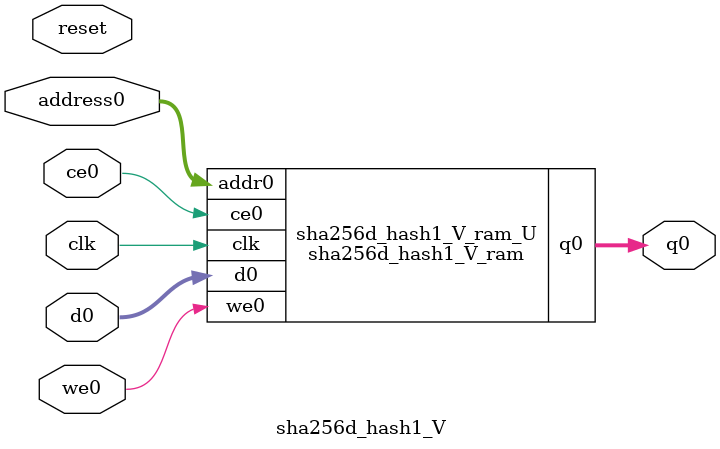
<source format=v>
`timescale 1 ns / 1 ps
module sha256d_hash1_V_ram (addr0, ce0, d0, we0, q0,  clk);

parameter DWIDTH = 32;
parameter AWIDTH = 3;
parameter MEM_SIZE = 8;

input[AWIDTH-1:0] addr0;
input ce0;
input[DWIDTH-1:0] d0;
input we0;
output reg[DWIDTH-1:0] q0;
input clk;

(* ram_style = "distributed" *)reg [DWIDTH-1:0] ram[0:MEM_SIZE-1];




always @(posedge clk)  
begin 
    if (ce0) begin
        if (we0) 
            ram[addr0] <= d0; 
        q0 <= ram[addr0];
    end
end


endmodule

`timescale 1 ns / 1 ps
module sha256d_hash1_V(
    reset,
    clk,
    address0,
    ce0,
    we0,
    d0,
    q0);

parameter DataWidth = 32'd32;
parameter AddressRange = 32'd8;
parameter AddressWidth = 32'd3;
input reset;
input clk;
input[AddressWidth - 1:0] address0;
input ce0;
input we0;
input[DataWidth - 1:0] d0;
output[DataWidth - 1:0] q0;



sha256d_hash1_V_ram sha256d_hash1_V_ram_U(
    .clk( clk ),
    .addr0( address0 ),
    .ce0( ce0 ),
    .we0( we0 ),
    .d0( d0 ),
    .q0( q0 ));

endmodule


</source>
